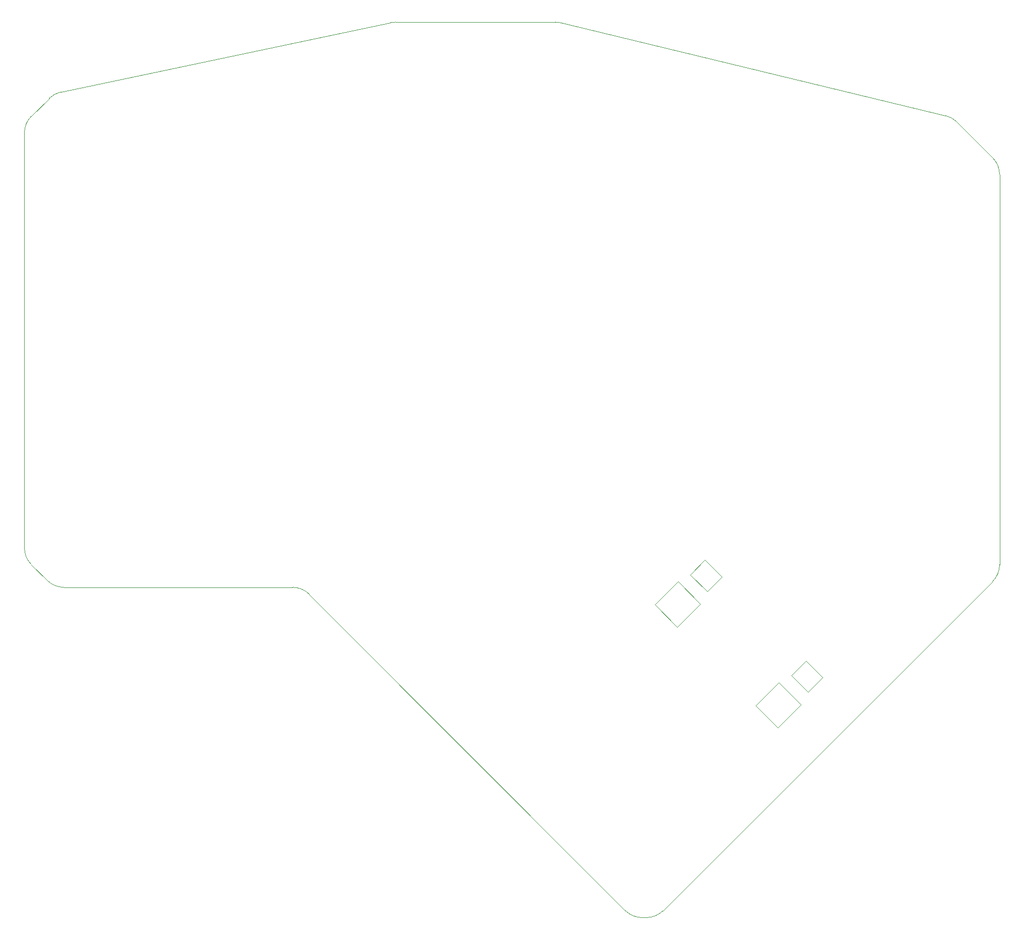
<source format=gko>
%FSLAX46Y46*%
%MOMM*%
%ADD10C,0.010000*%
G01*
G01*
%LPD*%
D10*
X164000000Y-25656854D02*
X164000000Y-91343145D01*
D10*
X162828427Y-94171572D02*
X107421572Y-149578427D01*
D10*
X104593145Y-150750000D02*
X103906854Y-150750000D01*
D10*
X101078427Y-149578427D02*
X47921572Y-96321572D01*
D10*
X45093145Y-95150000D02*
X6656854Y-95150000D01*
D10*
X3828427Y-93978427D02*
X1171572Y-91321572D01*
D10*
X0Y-88493145D02*
X0Y-18656853D01*
D10*
X1171572Y-15828427D02*
X4159191Y-12840808D01*
D10*
X6163576Y-11755036D02*
X61592445Y-85800D01*
D10*
X62416487Y0D02*
X89273826Y0D01*
D10*
X90212866Y-111786D02*
X154906247Y-15735848D01*
D10*
X156795634Y-16795634D02*
X162828427Y-22828427D01*
D10*
X122988190Y-115049717D02*
X126877278Y-111160629D01*
D10*
X126877278Y-111160629D02*
X130624944Y-114908295D01*
D10*
X130624944Y-114908295D02*
X126735856Y-118797382D01*
D10*
X126735856Y-118797382D02*
X122988190Y-115049717D01*
D10*
X111992681Y-93023341D02*
X114467555Y-90548468D01*
D10*
X114467555Y-90548468D02*
X117295982Y-93376895D01*
D10*
X117295982Y-93376895D02*
X114821108Y-95851768D01*
D10*
X114821108Y-95851768D02*
X111992681Y-93023341D01*
D10*
X106017629Y-98079155D02*
X109906716Y-94190067D01*
D10*
X109906716Y-94190067D02*
X113654382Y-97937733D01*
D10*
X113654382Y-97937733D02*
X109765294Y-101826821D01*
D10*
X109765294Y-101826821D02*
X106017629Y-98079155D01*
D10*
X128963243Y-109993903D02*
X131438116Y-107519029D01*
D10*
X131438116Y-107519029D02*
X134266543Y-110347456D01*
D10*
X134266543Y-110347456D02*
X131791670Y-112822330D01*
D10*
X131791670Y-112822330D02*
X128963243Y-109993903D01*
G75*
G02*
D10*
X162828427Y-22828427D02*
X164000000Y-25656854I-2828427J-2828427D01*
G02*
D10*
X164000000Y-91343145D02*
X162828427Y-94171572I-4000000J1D01*
G02*
D10*
X107421572Y-149578427D02*
X104593145Y-150750000I-2828428J2828427D01*
G02*
D10*
X103906854Y-150750000D02*
X101078427Y-149578427I0J4000000D01*
G03*
D10*
X47921572Y-96321572D02*
X45093145Y-95150000I-2828427J-2828428D01*
G02*
D10*
X6656854Y-95150000D02*
X3828427Y-93978427I0J4000000D01*
G02*
D10*
X1171572Y-91321572D02*
X0Y-88493145I2828427J2828427D01*
G02*
D10*
X0Y-18656853D02*
X1171572Y-15828427I3999999J0D01*
G02*
D10*
X4159191Y-12840808D02*
X6163576Y-11755036I2828427J-2828426D01*
G02*
D10*
X61592445Y-85800D02*
X62416487Y0I824037J-3914200D01*
G02*
D10*
X89273826Y0D02*
X90212866Y-111786I2J-4000000D01*
G02*
D10*
X154906247Y-15735848D02*
X156795634Y-16795634I-939040J-3888213D01*
M02*

</source>
